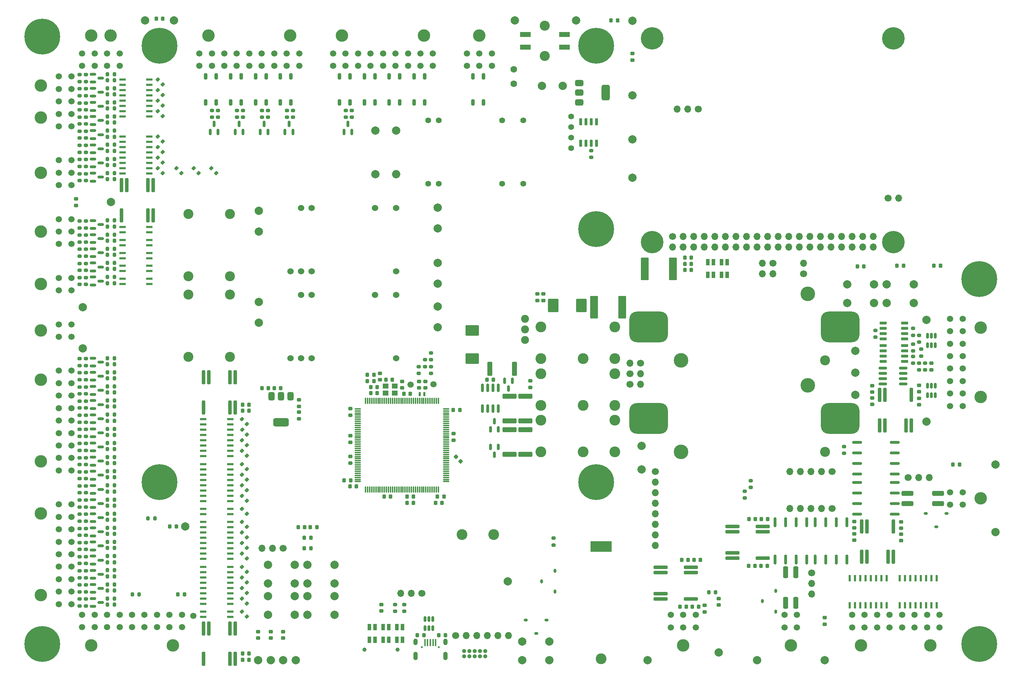
<source format=gts>
G04 #@! TF.GenerationSoftware,KiCad,Pcbnew,8.0.1*
G04 #@! TF.CreationDate,2024-06-07T06:09:14+03:00*
G04 #@! TF.ProjectId,impeller18,696d7065-6c6c-4657-9231-382e6b696361,rev?*
G04 #@! TF.SameCoordinates,Original*
G04 #@! TF.FileFunction,Soldermask,Top*
G04 #@! TF.FilePolarity,Negative*
%FSLAX46Y46*%
G04 Gerber Fmt 4.6, Leading zero omitted, Abs format (unit mm)*
G04 Created by KiCad (PCBNEW 8.0.1) date 2024-06-07 06:09:14*
%MOMM*%
%LPD*%
G01*
G04 APERTURE LIST*
G04 Aperture macros list*
%AMRoundRect*
0 Rectangle with rounded corners*
0 $1 Rounding radius*
0 $2 $3 $4 $5 $6 $7 $8 $9 X,Y pos of 4 corners*
0 Add a 4 corners polygon primitive as box body*
4,1,4,$2,$3,$4,$5,$6,$7,$8,$9,$2,$3,0*
0 Add four circle primitives for the rounded corners*
1,1,$1+$1,$2,$3*
1,1,$1+$1,$4,$5*
1,1,$1+$1,$6,$7*
1,1,$1+$1,$8,$9*
0 Add four rect primitives between the rounded corners*
20,1,$1+$1,$2,$3,$4,$5,0*
20,1,$1+$1,$4,$5,$6,$7,0*
20,1,$1+$1,$6,$7,$8,$9,0*
20,1,$1+$1,$8,$9,$2,$3,0*%
G04 Aperture macros list end*
%ADD10RoundRect,0.225000X0.250000X-0.225000X0.250000X0.225000X-0.250000X0.225000X-0.250000X-0.225000X0*%
%ADD11RoundRect,0.250000X0.712500X2.475000X-0.712500X2.475000X-0.712500X-2.475000X0.712500X-2.475000X0*%
%ADD12RoundRect,0.137500X-0.662500X-0.137500X0.662500X-0.137500X0.662500X0.137500X-0.662500X0.137500X0*%
%ADD13C,1.524000*%
%ADD14RoundRect,0.225000X-0.250000X0.225000X-0.250000X-0.225000X0.250000X-0.225000X0.250000X0.225000X0*%
%ADD15RoundRect,0.200000X0.275000X-0.200000X0.275000X0.200000X-0.275000X0.200000X-0.275000X-0.200000X0*%
%ADD16RoundRect,0.200000X-0.335876X-0.053033X-0.053033X-0.335876X0.335876X0.053033X0.053033X0.335876X0*%
%ADD17RoundRect,0.218750X0.218750X0.256250X-0.218750X0.256250X-0.218750X-0.256250X0.218750X-0.256250X0*%
%ADD18RoundRect,0.200000X-0.275000X0.200000X-0.275000X-0.200000X0.275000X-0.200000X0.275000X0.200000X0*%
%ADD19RoundRect,0.200000X-0.200000X-0.275000X0.200000X-0.275000X0.200000X0.275000X-0.200000X0.275000X0*%
%ADD20C,0.900000*%
%ADD21C,8.600000*%
%ADD22RoundRect,0.200000X0.200000X0.275000X-0.200000X0.275000X-0.200000X-0.275000X0.200000X-0.275000X0*%
%ADD23RoundRect,0.150000X-0.825000X-0.150000X0.825000X-0.150000X0.825000X0.150000X-0.825000X0.150000X0*%
%ADD24C,2.000000*%
%ADD25C,1.400000*%
%ADD26RoundRect,0.200000X-0.200000X-1.500000X0.200000X-1.500000X0.200000X1.500000X-0.200000X1.500000X0*%
%ADD27RoundRect,0.218750X-0.218750X-0.256250X0.218750X-0.256250X0.218750X0.256250X-0.218750X0.256250X0*%
%ADD28RoundRect,0.150000X-0.587500X-0.150000X0.587500X-0.150000X0.587500X0.150000X-0.587500X0.150000X0*%
%ADD29RoundRect,0.200000X0.200000X0.550000X-0.200000X0.550000X-0.200000X-0.550000X0.200000X-0.550000X0*%
%ADD30RoundRect,0.218750X-0.256250X0.218750X-0.256250X-0.218750X0.256250X-0.218750X0.256250X0.218750X0*%
%ADD31R,1.400000X1.200000*%
%ADD32RoundRect,0.225000X0.225000X0.250000X-0.225000X0.250000X-0.225000X-0.250000X0.225000X-0.250000X0*%
%ADD33RoundRect,0.225000X-0.225000X-0.250000X0.225000X-0.250000X0.225000X0.250000X-0.225000X0.250000X0*%
%ADD34RoundRect,0.300000X-1.125000X-0.300000X1.125000X-0.300000X1.125000X0.300000X-1.125000X0.300000X0*%
%ADD35RoundRect,0.375000X-0.375000X0.625000X-0.375000X-0.625000X0.375000X-0.625000X0.375000X0.625000X0*%
%ADD36RoundRect,0.500000X-1.400000X0.500000X-1.400000X-0.500000X1.400000X-0.500000X1.400000X0.500000X0*%
%ADD37C,3.000000*%
%ADD38C,1.500000*%
%ADD39C,3.500000*%
%ADD40C,2.400000*%
%ADD41RoundRect,1.850000X2.800000X-1.850000X2.800000X1.850000X-2.800000X1.850000X-2.800000X-1.850000X0*%
%ADD42RoundRect,0.162500X-1.012500X-0.162500X1.012500X-0.162500X1.012500X0.162500X-1.012500X0.162500X0*%
%ADD43C,1.600000*%
%ADD44RoundRect,0.150000X-0.725000X-0.150000X0.725000X-0.150000X0.725000X0.150000X-0.725000X0.150000X0*%
%ADD45RoundRect,0.150000X0.150000X-0.587500X0.150000X0.587500X-0.150000X0.587500X-0.150000X-0.587500X0*%
%ADD46RoundRect,0.162500X-0.162500X1.012500X-0.162500X-1.012500X0.162500X-1.012500X0.162500X1.012500X0*%
%ADD47C,0.800000*%
%ADD48C,5.400000*%
%ADD49C,1.700000*%
%ADD50O,1.700000X1.700000*%
%ADD51C,2.600000*%
%ADD52RoundRect,0.150000X-0.150000X0.587500X-0.150000X-0.587500X0.150000X-0.587500X0.150000X0.587500X0*%
%ADD53RoundRect,0.250000X1.425000X-0.362500X1.425000X0.362500X-1.425000X0.362500X-1.425000X-0.362500X0*%
%ADD54RoundRect,0.200000X0.200000X1.500000X-0.200000X1.500000X-0.200000X-1.500000X0.200000X-1.500000X0*%
%ADD55RoundRect,0.250000X-1.425000X0.362500X-1.425000X-0.362500X1.425000X-0.362500X1.425000X0.362500X0*%
%ADD56R,2.600000X2.600000*%
%ADD57RoundRect,0.137500X0.137500X-0.662500X0.137500X0.662500X-0.137500X0.662500X-0.137500X-0.662500X0*%
%ADD58R,0.900000X1.500000*%
%ADD59C,1.000000*%
%ADD60O,1.000000X1.000000*%
%ADD61RoundRect,0.250000X-0.712500X-2.475000X0.712500X-2.475000X0.712500X2.475000X-0.712500X2.475000X0*%
%ADD62C,0.500000*%
%ADD63R,0.400000X1.800000*%
%ADD64O,1.090000X2.000000*%
%ADD65O,1.050000X1.600000*%
%ADD66RoundRect,0.150000X0.150000X-0.725000X0.150000X0.725000X-0.150000X0.725000X-0.150000X-0.725000X0*%
%ADD67C,1.905000*%
%ADD68O,0.700000X1.000000*%
%ADD69O,2.000000X2.000000*%
%ADD70RoundRect,0.075000X-0.075000X0.662500X-0.075000X-0.662500X0.075000X-0.662500X0.075000X0.662500X0*%
%ADD71RoundRect,0.075000X-0.662500X0.075000X-0.662500X-0.075000X0.662500X-0.075000X0.662500X0.075000X0*%
%ADD72O,1.000000X0.700000*%
%ADD73RoundRect,0.150000X-0.150000X0.825000X-0.150000X-0.825000X0.150000X-0.825000X0.150000X0.825000X0*%
%ADD74C,2.410000*%
%ADD75R,2.540000X1.270000*%
%ADD76RoundRect,0.300000X-0.300000X1.125000X-0.300000X-1.125000X0.300000X-1.125000X0.300000X1.125000X0*%
%ADD77RoundRect,0.150000X-0.150000X0.512500X-0.150000X-0.512500X0.150000X-0.512500X0.150000X0.512500X0*%
%ADD78RoundRect,0.225000X-0.335876X-0.017678X-0.017678X-0.335876X0.335876X0.017678X0.017678X0.335876X0*%
%ADD79RoundRect,0.218750X0.256250X-0.218750X0.256250X0.218750X-0.256250X0.218750X-0.256250X-0.218750X0*%
%ADD80RoundRect,0.150000X0.725000X0.150000X-0.725000X0.150000X-0.725000X-0.150000X0.725000X-0.150000X0*%
%ADD81RoundRect,0.200000X-1.500000X0.200000X-1.500000X-0.200000X1.500000X-0.200000X1.500000X0.200000X0*%
%ADD82RoundRect,0.250000X1.400000X1.000000X-1.400000X1.000000X-1.400000X-1.000000X1.400000X-1.000000X0*%
%ADD83RoundRect,0.125000X0.125000X-0.375000X0.125000X0.375000X-0.125000X0.375000X-0.125000X-0.375000X0*%
%ADD84RoundRect,0.375000X-0.625000X-0.375000X0.625000X-0.375000X0.625000X0.375000X-0.625000X0.375000X0*%
%ADD85RoundRect,0.500000X-0.500000X-1.400000X0.500000X-1.400000X0.500000X1.400000X-0.500000X1.400000X0*%
%ADD86RoundRect,0.250000X-1.000000X1.400000X-1.000000X-1.400000X1.000000X-1.400000X1.000000X1.400000X0*%
%ADD87RoundRect,0.250000X-0.362500X-1.425000X0.362500X-1.425000X0.362500X1.425000X-0.362500X1.425000X0*%
G04 APERTURE END LIST*
D10*
X163601000Y-161266000D03*
X163601000Y-159716000D03*
D11*
X241158500Y-114570000D03*
X234383500Y-114570000D03*
D12*
X128224000Y-150758000D03*
X128224000Y-152028000D03*
X128224000Y-153298000D03*
X128224000Y-154568000D03*
X128224000Y-155838000D03*
X128224000Y-157108000D03*
X128224000Y-158378000D03*
X128224000Y-159648000D03*
X134724000Y-159648000D03*
X134724000Y-158378000D03*
X134724000Y-157108000D03*
X134724000Y-155838000D03*
X134724000Y-154568000D03*
X134724000Y-153298000D03*
X134724000Y-152028000D03*
X134724000Y-150758000D03*
D13*
X149178000Y-115141000D03*
X151718000Y-115141000D03*
X154258000Y-115141000D03*
X174578000Y-115141000D03*
X174578000Y-99901000D03*
X169498000Y-99901000D03*
X154258000Y-99901000D03*
X151718000Y-99901000D03*
D14*
X151229000Y-149058999D03*
X151229000Y-150608999D03*
D15*
X99961000Y-165046000D03*
X99961000Y-163396000D03*
D16*
X137518274Y-169178000D03*
X138685000Y-170344726D03*
D17*
X305445500Y-113842000D03*
X303870500Y-113842000D03*
D18*
X298855000Y-128914000D03*
X298855000Y-130564000D03*
D19*
X105190000Y-147707500D03*
X106840000Y-147707500D03*
D20*
X89501000Y-201583000D03*
X91781419Y-202527581D03*
X87220581Y-202527581D03*
X92726000Y-204808000D03*
D21*
X89501000Y-204808000D03*
D20*
X86276000Y-204808000D03*
X91781419Y-207088419D03*
X87220581Y-207088419D03*
X89501000Y-208033000D03*
D18*
X98501000Y-190619000D03*
X98501000Y-192269000D03*
D22*
X106838000Y-67707500D03*
X105188000Y-67707500D03*
D23*
X291567000Y-138444000D03*
X291567000Y-139714000D03*
X291567000Y-140984000D03*
X291567000Y-142254000D03*
X296517000Y-142254000D03*
X296517000Y-140984000D03*
X296517000Y-139714000D03*
X296517000Y-138444000D03*
D24*
X141434000Y-208731001D03*
D16*
X117292343Y-74078000D03*
X118459069Y-75244726D03*
D25*
X216678002Y-85536000D03*
X216678002Y-82996000D03*
X216678002Y-80456000D03*
X216678002Y-77916000D03*
D18*
X98501000Y-142982000D03*
X98501000Y-144632000D03*
D26*
X286524000Y-183852000D03*
X287794000Y-183852000D03*
X292874000Y-183852000D03*
X294144000Y-183852000D03*
X294144000Y-176552000D03*
X287794000Y-176552000D03*
X286524000Y-176552000D03*
D14*
X171068000Y-195337000D03*
X171068000Y-196887000D03*
D27*
X120140500Y-176579000D03*
X121715500Y-176579000D03*
D18*
X98499000Y-103056250D03*
X98499000Y-104706250D03*
D28*
X101677500Y-136052000D03*
X101677500Y-137952000D03*
X103552500Y-137002000D03*
D16*
X117292343Y-87787000D03*
X118459069Y-88953726D03*
D15*
X289812000Y-131009000D03*
X289812000Y-129359000D03*
D28*
X101678000Y-113150000D03*
X101678000Y-115050000D03*
X103553000Y-114100000D03*
D29*
X172926000Y-74526000D03*
X175466000Y-74526000D03*
X175466000Y-68226000D03*
X172926000Y-68226000D03*
D30*
X277597250Y-198475501D03*
X277597250Y-200050501D03*
D17*
X155546500Y-176728000D03*
X153971500Y-176728000D03*
D16*
X137518274Y-197018000D03*
X138685000Y-198184726D03*
D24*
X99269000Y-123826000D03*
D16*
X117292343Y-76618000D03*
X118459069Y-77784726D03*
D28*
X101675500Y-109739250D03*
X101675500Y-111639250D03*
X103550500Y-110689250D03*
D31*
X172081000Y-144491000D03*
X174281000Y-144491000D03*
X174281000Y-142791000D03*
X172081000Y-142791000D03*
D25*
X182328000Y-94076000D03*
X184868000Y-94076000D03*
X200108000Y-94076000D03*
X205188000Y-94076000D03*
X205188000Y-78836000D03*
X200108000Y-78836000D03*
X184868000Y-78836000D03*
X182328000Y-78836000D03*
D22*
X106840000Y-153045500D03*
X105190000Y-153045500D03*
D32*
X163626000Y-165411000D03*
X162076000Y-165411000D03*
D19*
X105190000Y-174930500D03*
X106840000Y-174930500D03*
D22*
X106840000Y-173465500D03*
X105190000Y-173465500D03*
D27*
X308442500Y-161672250D03*
X310017500Y-161672250D03*
D33*
X262311500Y-186002001D03*
X263861500Y-186002001D03*
X137679000Y-147223000D03*
X139229000Y-147223000D03*
D19*
X105190000Y-140901000D03*
X106840000Y-140901000D03*
D24*
X283014000Y-118308000D03*
X289514000Y-118308000D03*
X283014000Y-122808000D03*
X289514000Y-122808000D03*
D34*
X297553000Y-168546000D03*
X304903000Y-168546000D03*
X304903000Y-171046000D03*
X297553000Y-171046000D03*
D18*
X98501000Y-159992000D03*
X98501000Y-161642000D03*
D20*
X314778000Y-113779000D03*
X317058419Y-114723581D03*
X312497581Y-114723581D03*
X318003000Y-117004000D03*
D21*
X314778000Y-117004000D03*
D20*
X311553000Y-117004000D03*
X317058419Y-119284419D03*
X312497581Y-119284419D03*
X314778000Y-120229000D03*
D24*
X105986000Y-98511000D03*
D19*
X105190000Y-168125500D03*
X106840000Y-168125500D03*
D16*
X117292343Y-71538000D03*
X118459069Y-72704726D03*
D19*
X105190000Y-137498500D03*
X106840000Y-137498500D03*
D35*
X149199000Y-145203999D03*
X146899000Y-145203999D03*
D36*
X146899000Y-151503999D03*
D35*
X144599000Y-145203999D03*
D18*
X98499000Y-74651500D03*
X98499000Y-76301500D03*
D15*
X180034000Y-139746500D03*
X180034000Y-138096500D03*
D24*
X143741000Y-193294000D03*
X150241000Y-193294000D03*
X143741000Y-197794000D03*
X150241000Y-197794000D03*
X284975000Y-139553000D03*
D37*
X89199000Y-78126000D03*
X89199000Y-70426000D03*
D38*
X93519000Y-80286000D03*
X93519000Y-77286000D03*
X93519000Y-74286000D03*
X93519000Y-71286000D03*
X93519000Y-68286000D03*
X96519000Y-80286000D03*
X96519000Y-77286000D03*
X96519000Y-74286000D03*
X96519000Y-71286000D03*
X96519000Y-68286000D03*
D15*
X99961000Y-185464000D03*
X99961000Y-183814000D03*
X99959000Y-104706250D03*
X99959000Y-103056250D03*
D39*
X243075000Y-136553000D03*
X273575000Y-120553000D03*
D40*
X277675000Y-136553000D03*
D41*
X235325000Y-128553000D03*
X281325000Y-128553000D03*
D42*
X285449000Y-165986000D03*
X285449000Y-168526000D03*
X285449000Y-171066000D03*
X285449000Y-173606000D03*
X294499000Y-173606000D03*
X294499000Y-171066000D03*
X294499000Y-168526000D03*
X294499000Y-165986000D03*
D19*
X105188000Y-69172500D03*
X106838000Y-69172500D03*
D28*
X101677500Y-156465000D03*
X101677500Y-158365000D03*
X103552500Y-157415000D03*
D43*
X202885000Y-66551349D03*
X202885000Y-70051349D03*
D22*
X106840000Y-136033500D03*
X105190000Y-136033500D03*
D15*
X99959000Y-86507000D03*
X99959000Y-84857000D03*
D16*
X137518274Y-155838000D03*
X138685000Y-157004726D03*
D44*
X291667000Y-133044000D03*
X291667000Y-134314000D03*
X291667000Y-135584000D03*
X291667000Y-136854000D03*
X296817000Y-136854000D03*
X296817000Y-135584000D03*
X296817000Y-134314000D03*
X296817000Y-133044000D03*
D45*
X141866000Y-81593500D03*
X143766000Y-81593500D03*
X142816000Y-79718500D03*
D19*
X105188000Y-72572500D03*
X106838000Y-72572500D03*
D14*
X181575000Y-141622000D03*
X181575000Y-143172000D03*
D28*
X101677500Y-146261000D03*
X101677500Y-148161000D03*
X103552500Y-147211000D03*
D46*
X273283500Y-175482001D03*
X270743500Y-175482001D03*
X268203500Y-175482001D03*
X265663500Y-175482001D03*
X265663500Y-184532001D03*
X268203500Y-184532001D03*
X270743500Y-184532001D03*
X273283500Y-184532001D03*
D37*
X120929000Y-205116000D03*
X101229000Y-205116000D03*
D38*
X123089000Y-200796000D03*
X120089000Y-200796000D03*
X117089000Y-200796000D03*
X114089000Y-200796000D03*
X111089000Y-200796000D03*
X108089000Y-200796000D03*
X105089000Y-200796000D03*
X102089000Y-200796000D03*
X99089000Y-200796000D03*
X123089000Y-197796000D03*
X120089000Y-197796000D03*
X117089000Y-197796000D03*
X114089000Y-197796000D03*
X111089000Y-197796000D03*
X108089000Y-197796000D03*
X105089000Y-197796000D03*
X102089000Y-197796000D03*
X99089000Y-197796000D03*
D47*
X236176000Y-57081000D03*
X237607891Y-57674109D03*
X234744109Y-57674109D03*
X238201000Y-59106000D03*
D48*
X236176000Y-59106000D03*
D47*
X234151000Y-59106000D03*
X237607891Y-60537891D03*
X234744109Y-60537891D03*
X236176000Y-61131000D03*
D28*
X101675500Y-84732000D03*
X101675500Y-86632000D03*
X103550500Y-85682000D03*
D15*
X259832000Y-167178000D03*
X259832000Y-165528000D03*
D20*
X222676000Y-162679000D03*
X224956419Y-163623581D03*
X220395581Y-163623581D03*
X225901000Y-165904000D03*
D21*
X222676000Y-165904000D03*
D20*
X219451000Y-165904000D03*
X224956419Y-168184419D03*
X220395581Y-168184419D03*
X222676000Y-169129000D03*
D18*
X98501000Y-194021000D03*
X98501000Y-195671000D03*
D12*
X108763000Y-104481000D03*
X108763000Y-105751000D03*
X115263000Y-105751000D03*
X115263000Y-104481000D03*
D49*
X279368500Y-172257001D03*
D50*
X276828500Y-172257001D03*
X274288500Y-172257001D03*
X271748500Y-172257001D03*
X269208500Y-172257001D03*
D15*
X99959000Y-79702000D03*
X99959000Y-78052000D03*
D19*
X105188000Y-111185750D03*
X106838000Y-111185750D03*
D38*
X125839000Y-198056000D03*
D51*
X219563000Y-136157000D03*
X227183000Y-128537000D03*
X227183000Y-136157000D03*
X209403000Y-136157000D03*
X209403000Y-128537000D03*
D18*
X98499000Y-91665000D03*
X98499000Y-93315000D03*
D22*
X106838000Y-71107500D03*
X105188000Y-71107500D03*
D15*
X99961000Y-158240000D03*
X99961000Y-156590000D03*
D22*
X106838000Y-84713500D03*
X105188000Y-84713500D03*
D16*
X137518274Y-177998000D03*
X138685000Y-179164726D03*
D32*
X181256000Y-202685000D03*
X179706000Y-202685000D03*
D33*
X137679000Y-207131001D03*
X139229000Y-207131001D03*
D19*
X105188000Y-92986500D03*
X106838000Y-92986500D03*
D24*
X99269000Y-133716500D03*
D49*
X236936000Y-163353000D03*
D50*
X236936000Y-165893000D03*
X236936000Y-168433000D03*
X236936000Y-170973000D03*
X236936000Y-173513000D03*
X236936000Y-176053000D03*
X236936000Y-178593000D03*
X236936000Y-181133000D03*
D38*
X183576000Y-142351000D03*
D22*
X106838000Y-81311500D03*
X105188000Y-81311500D03*
D33*
X145304000Y-143223999D03*
X146854000Y-143223999D03*
D52*
X202566000Y-141493000D03*
X200666000Y-141493000D03*
X201616000Y-143368000D03*
D53*
X205683000Y-151134500D03*
X205683000Y-145209500D03*
D40*
X124654000Y-116327000D03*
X124654000Y-101327000D03*
X134654000Y-101327000D03*
X134654000Y-116327000D03*
D32*
X186081000Y-169371000D03*
X184531000Y-169371000D03*
D54*
X135884000Y-201056001D03*
X134614000Y-201056001D03*
X129534000Y-201056001D03*
X128264000Y-201056001D03*
X128264000Y-208356001D03*
X134614000Y-208356001D03*
X135884000Y-208356001D03*
D14*
X300315000Y-145699000D03*
X300315000Y-147249000D03*
D45*
X197272000Y-153134500D03*
X199172000Y-153134500D03*
X198222000Y-151259500D03*
D19*
X105190000Y-188536500D03*
X106840000Y-188536500D03*
D55*
X201843000Y-145209500D03*
X201843000Y-151134500D03*
D10*
X206873000Y-143080000D03*
X206873000Y-141530000D03*
D22*
X106840000Y-176867500D03*
X105190000Y-176867500D03*
D24*
X153241000Y-193294000D03*
X159741000Y-193294000D03*
X153241000Y-197794000D03*
X159741000Y-197794000D03*
X252177000Y-206862001D03*
D37*
X315098000Y-169798000D03*
D38*
X310778000Y-168298000D03*
X310778000Y-171298000D03*
X307778000Y-168298000D03*
X307778000Y-171298000D03*
D17*
X152586500Y-176728000D03*
X151011500Y-176728000D03*
D14*
X188361000Y-154216000D03*
X188361000Y-155766000D03*
D12*
X108763000Y-116949000D03*
X108763000Y-118219000D03*
X115263000Y-118219000D03*
X115263000Y-116949000D03*
D13*
X149179000Y-136091000D03*
X151719000Y-136091000D03*
X154259000Y-136091000D03*
X174579000Y-136091000D03*
X174579000Y-120851000D03*
X169499000Y-120851000D03*
X154259000Y-120851000D03*
X151719000Y-120851000D03*
D56*
X222576000Y-181405001D03*
X225116000Y-181405001D03*
D51*
X223846000Y-208405002D03*
D33*
X245799000Y-195831001D03*
X247349000Y-195831001D03*
D37*
X194586000Y-58406000D03*
D38*
X191586000Y-62726000D03*
X194586000Y-62726000D03*
X197586000Y-62726000D03*
X191586000Y-65726000D03*
X194586000Y-65726000D03*
X197586000Y-65726000D03*
D57*
X283643000Y-195509001D03*
X284913000Y-195509001D03*
X286183000Y-195509001D03*
X287453000Y-195509001D03*
X288723000Y-195509001D03*
X289993000Y-195509001D03*
X291263000Y-195509001D03*
X292533000Y-195509001D03*
X292533000Y-189009001D03*
X291263000Y-189009001D03*
X289993000Y-189009001D03*
X288723000Y-189009001D03*
X287453000Y-189009001D03*
X286183000Y-189009001D03*
X284913000Y-189009001D03*
X283643000Y-189009001D03*
D29*
X140766000Y-74526000D03*
X143306000Y-74526000D03*
X143306000Y-68226000D03*
X140766000Y-68226000D03*
D58*
X254206000Y-112928000D03*
X254206000Y-116028000D03*
X252806000Y-116028000D03*
X252806000Y-112928000D03*
D59*
X190929000Y-207764000D03*
D60*
X190929000Y-206494000D03*
X192199000Y-207764000D03*
X192199000Y-206494000D03*
X193469000Y-207764000D03*
X193469000Y-206494000D03*
X194739000Y-207764000D03*
X194739000Y-206494000D03*
X196009000Y-207764000D03*
X196009000Y-206494000D03*
D18*
X98499000Y-109864250D03*
X98499000Y-111514250D03*
D24*
X184553000Y-99826000D03*
X184553000Y-104826000D03*
D61*
X222187500Y-123757000D03*
X228962500Y-123757000D03*
D19*
X105190000Y-185135500D03*
X106840000Y-185135500D03*
D28*
X101677500Y-183689000D03*
X101677500Y-185589000D03*
X103552500Y-184639000D03*
D58*
X250906000Y-112928000D03*
X250906000Y-116028000D03*
X249506000Y-116028000D03*
X249506000Y-112928000D03*
D29*
X166926000Y-74526000D03*
X169466000Y-74526000D03*
X169466000Y-68226000D03*
X166926000Y-68226000D03*
D18*
X137766000Y-76431000D03*
X137766000Y-78081000D03*
D22*
X106838000Y-88117500D03*
X105188000Y-88117500D03*
D12*
X128224000Y-175458000D03*
X128224000Y-176728000D03*
X128224000Y-177998000D03*
X128224000Y-179268000D03*
X128224000Y-180538000D03*
X128224000Y-181808000D03*
X128224000Y-183078000D03*
X128224000Y-184348000D03*
X134724000Y-184348000D03*
X134724000Y-183078000D03*
X134724000Y-181808000D03*
X134724000Y-180538000D03*
X134724000Y-179268000D03*
X134724000Y-177998000D03*
X134724000Y-176728000D03*
X134724000Y-175458000D03*
D22*
X106840000Y-180270000D03*
X105190000Y-180270000D03*
D15*
X99959000Y-83105000D03*
X99959000Y-81455000D03*
D16*
X137518274Y-180538000D03*
X138685000Y-181704726D03*
D19*
X105190000Y-191940500D03*
X106840000Y-191940500D03*
D28*
X101677500Y-153064000D03*
X101677500Y-154964000D03*
X103552500Y-154014000D03*
D10*
X163601000Y-149766000D03*
X163601000Y-148216000D03*
D49*
X272526000Y-115753000D03*
D50*
X272526000Y-113213000D03*
D32*
X178756000Y-170831000D03*
X177206000Y-170831000D03*
D18*
X298854000Y-132644000D03*
X298854000Y-134294000D03*
D16*
X137518274Y-175458000D03*
X138685000Y-176624726D03*
D22*
X106838000Y-91521500D03*
X105188000Y-91521500D03*
D19*
X105188000Y-86178500D03*
X106838000Y-86178500D03*
D12*
X128224000Y-172318000D03*
X128224000Y-173588000D03*
X134724000Y-173588000D03*
X134724000Y-172318000D03*
D28*
X101677500Y-187090000D03*
X101677500Y-188990000D03*
X103552500Y-188040000D03*
D15*
X300845000Y-135559000D03*
X300845000Y-133909000D03*
D22*
X106840000Y-139436000D03*
X105190000Y-139436000D03*
D20*
X219451000Y-105004000D03*
X220395581Y-102723581D03*
X220395581Y-107284419D03*
X222676000Y-101779000D03*
D21*
X222676000Y-105004000D03*
D20*
X222676000Y-108229000D03*
X224956419Y-102723581D03*
X224956419Y-107284419D03*
X225901000Y-105004000D03*
D18*
X98501500Y-113275000D03*
X98501500Y-114925000D03*
D39*
X243075000Y-158553000D03*
X273575000Y-142553000D03*
D40*
X277675000Y-158553000D03*
D41*
X235325000Y-150553000D03*
X281325000Y-150553000D03*
D20*
X117676000Y-57679000D03*
X119956419Y-58623581D03*
X115395581Y-58623581D03*
X120901000Y-60904000D03*
D21*
X117676000Y-60904000D03*
D20*
X114451000Y-60904000D03*
X119956419Y-63184419D03*
X115395581Y-63184419D03*
X117676000Y-64129000D03*
D10*
X295969000Y-176958000D03*
X295969000Y-175408000D03*
D24*
X231426000Y-72837000D03*
D10*
X163601000Y-156266000D03*
X163601000Y-154716000D03*
D15*
X99961000Y-144632000D03*
X99961000Y-142982000D03*
D33*
X184031000Y-170831000D03*
X185581000Y-170831000D03*
D10*
X208541000Y-122148000D03*
X208541000Y-120598000D03*
D37*
X89199000Y-91436000D03*
D38*
X93519000Y-94436000D03*
X93519000Y-91436000D03*
X93519000Y-88436000D03*
X96519000Y-94436000D03*
X96519000Y-91436000D03*
X96519000Y-88436000D03*
D28*
X101677500Y-142857000D03*
X101677500Y-144757000D03*
X103552500Y-143807000D03*
D51*
X219563000Y-147377000D03*
X227183000Y-139757000D03*
X227183000Y-147377000D03*
X209403000Y-147377000D03*
X209403000Y-139757000D03*
D47*
X236176000Y-106081000D03*
X237607891Y-106674109D03*
X234744109Y-106674109D03*
X238201000Y-108106000D03*
D48*
X236176000Y-108106000D03*
D47*
X234151000Y-108106000D03*
X237607891Y-109537891D03*
X234744109Y-109537891D03*
X236176000Y-110131000D03*
D24*
X233636000Y-162815000D03*
D15*
X99961000Y-148036000D03*
X99961000Y-146386000D03*
X99961500Y-114925000D03*
X99961500Y-113275000D03*
D28*
X101677500Y-190494000D03*
X101677500Y-192394000D03*
X103552500Y-191444000D03*
D15*
X300315000Y-132214000D03*
X300315000Y-130564000D03*
D20*
X222676000Y-57679000D03*
X224956419Y-58623581D03*
X220395581Y-58623581D03*
X225901000Y-60904000D03*
D21*
X222676000Y-60904000D03*
D20*
X219451000Y-60904000D03*
X224956419Y-63184419D03*
X220395581Y-63184419D03*
X222676000Y-64129000D03*
D16*
X125935637Y-90327000D03*
X127102363Y-91493726D03*
D49*
X274477500Y-187757001D03*
D50*
X274477500Y-190297001D03*
X274477500Y-192837001D03*
D32*
X244791000Y-184570501D03*
X243241000Y-184570501D03*
D28*
X101677500Y-166679000D03*
X101677500Y-168579000D03*
X103552500Y-167629000D03*
D33*
X168456000Y-143001000D03*
X170006000Y-143001000D03*
D16*
X137518274Y-158378000D03*
X138685000Y-159544726D03*
D18*
X98499000Y-81455000D03*
X98499000Y-83105000D03*
D30*
X141434000Y-201824500D03*
X141434000Y-203399500D03*
D33*
X246201000Y-184570501D03*
X247751000Y-184570501D03*
D37*
X161586000Y-58406000D03*
X181286000Y-58406000D03*
D38*
X159426000Y-62726000D03*
X162426000Y-62726000D03*
X165426000Y-62726000D03*
X168426000Y-62726000D03*
X171426000Y-62726000D03*
X174426000Y-62726000D03*
X177426000Y-62726000D03*
X180426000Y-62726000D03*
X183426000Y-62726000D03*
X159426000Y-65726000D03*
X162426000Y-65726000D03*
X165426000Y-65726000D03*
X168426000Y-65726000D03*
X171426000Y-65726000D03*
X174426000Y-65726000D03*
X177426000Y-65726000D03*
X180426000Y-65726000D03*
X183426000Y-65726000D03*
D10*
X289051000Y-144194000D03*
X289051000Y-142644000D03*
D19*
X105188000Y-82776500D03*
X106838000Y-82776500D03*
D18*
X98499000Y-84857000D03*
X98499000Y-86507000D03*
D19*
X105190000Y-151109000D03*
X106840000Y-151109000D03*
D18*
X98501000Y-187215000D03*
X98501000Y-188865000D03*
D15*
X99961000Y-151437500D03*
X99961000Y-149787500D03*
D18*
X98499000Y-78052000D03*
X98499000Y-79702000D03*
D49*
X247216000Y-76106000D03*
D50*
X244676000Y-76106000D03*
X242136000Y-76106000D03*
D49*
X147437438Y-181808000D03*
D50*
X144897438Y-181808000D03*
X142357438Y-181808000D03*
D19*
X114910000Y-174560000D03*
X116560000Y-174560000D03*
D27*
X122135500Y-192909000D03*
X123710500Y-192909000D03*
D22*
X106840000Y-166660500D03*
X105190000Y-166660500D03*
D19*
X105190500Y-114596500D03*
X106840500Y-114596500D03*
D24*
X302070000Y-126809000D03*
D18*
X98501500Y-116677000D03*
X98501500Y-118327000D03*
D62*
X184806000Y-205583000D03*
X180806000Y-205583000D03*
D63*
X181506000Y-204483000D03*
X182156000Y-204483000D03*
X182806000Y-204483000D03*
X183456000Y-204483000D03*
X184106000Y-204483000D03*
D64*
X186406000Y-207733000D03*
D65*
X186406000Y-204283000D03*
D64*
X179206000Y-207733000D03*
D65*
X179206000Y-204283000D03*
D24*
X141604000Y-100614000D03*
X141604000Y-105614000D03*
D17*
X154066500Y-179268000D03*
X152491500Y-179268000D03*
D16*
X117292343Y-68998000D03*
X118459069Y-70164726D03*
D24*
X114217000Y-54806000D03*
D15*
X99961000Y-141229500D03*
X99961000Y-139579500D03*
D28*
X101675500Y-81330000D03*
X101675500Y-83230000D03*
X103550500Y-82280000D03*
D66*
X218924000Y-84301000D03*
X220194000Y-84301000D03*
X221464000Y-84301000D03*
X222734000Y-84301000D03*
X222734000Y-79151000D03*
X221464000Y-79151000D03*
X220194000Y-79151000D03*
X218924000Y-79151000D03*
D32*
X245536000Y-111886000D03*
X243986000Y-111886000D03*
D24*
X141604000Y-122544000D03*
X141604000Y-127544000D03*
D19*
X105188000Y-104377750D03*
X106838000Y-104377750D03*
D67*
X205565000Y-131691000D03*
X205565000Y-129151000D03*
X205565000Y-126611000D03*
D15*
X99961000Y-195671000D03*
X99961000Y-194021000D03*
D18*
X98499000Y-106464250D03*
X98499000Y-108114250D03*
D68*
X265839500Y-196995001D03*
X262639500Y-194495001D03*
X265839500Y-191995001D03*
D22*
X106840000Y-156446500D03*
X105190000Y-156446500D03*
D18*
X98499000Y-67851000D03*
X98499000Y-69501000D03*
D28*
X101675500Y-67726000D03*
X101675500Y-69626000D03*
X103550500Y-68676000D03*
D18*
X98501000Y-180413500D03*
X98501000Y-182063500D03*
D24*
X184554000Y-123601000D03*
X184554000Y-128601000D03*
D27*
X116890000Y-54355000D03*
X118465000Y-54355000D03*
D15*
X99961000Y-154839000D03*
X99961000Y-153189000D03*
D24*
X184554000Y-118101000D03*
X184554000Y-113101000D03*
X261345750Y-208731001D03*
D49*
X230783000Y-142308000D03*
D50*
X233323000Y-142308000D03*
D32*
X165026000Y-166871000D03*
X163476000Y-166871000D03*
D58*
X172815500Y-200742000D03*
X172815500Y-203842000D03*
X171415500Y-203842000D03*
X171415500Y-200742000D03*
D28*
X101675500Y-77927000D03*
X101675500Y-79827000D03*
X103550500Y-78877000D03*
D58*
X169515500Y-200742000D03*
X169515500Y-203842000D03*
X168115500Y-203842000D03*
X168115500Y-200742000D03*
D18*
X98501000Y-153189000D03*
X98501000Y-154839000D03*
X149766000Y-76431000D03*
X149766000Y-78081000D03*
X98501000Y-139579500D03*
X98501000Y-141229500D03*
D24*
X144434000Y-208731001D03*
D19*
X105190000Y-181735000D03*
X106840000Y-181735000D03*
D24*
X233636000Y-157183000D03*
D37*
X101249000Y-58406000D03*
X105949000Y-58406000D03*
D38*
X99089000Y-62726000D03*
X102089000Y-62726000D03*
X105089000Y-62726000D03*
X108089000Y-62726000D03*
X99089000Y-65726000D03*
X102089000Y-65726000D03*
X105089000Y-65726000D03*
X108089000Y-65726000D03*
D16*
X137518274Y-166638000D03*
X138685000Y-167804726D03*
D17*
X186431500Y-202685000D03*
X184856500Y-202685000D03*
D20*
X89501000Y-55479000D03*
X91781419Y-56423581D03*
X87220581Y-56423581D03*
X92726000Y-58704000D03*
D21*
X89501000Y-58704000D03*
D20*
X86276000Y-58704000D03*
X91781419Y-60984419D03*
X87220581Y-60984419D03*
X89501000Y-61929000D03*
D24*
X284975000Y-144853000D03*
D15*
X99961000Y-192269000D03*
X99961000Y-190619000D03*
D69*
X174578000Y-91826000D03*
D24*
X169578000Y-91826000D03*
D37*
X89199000Y-118246000D03*
D38*
X93519000Y-119746000D03*
X93519000Y-116746000D03*
X96519000Y-119746000D03*
X96519000Y-116746000D03*
D12*
X108763000Y-68998000D03*
X108763000Y-70268000D03*
X108763000Y-71538000D03*
X108763000Y-72808000D03*
X108763000Y-74078000D03*
X108763000Y-75348000D03*
X108763000Y-76618000D03*
X108763000Y-77888000D03*
X115263000Y-77888000D03*
X115263000Y-76618000D03*
X115263000Y-75348000D03*
X115263000Y-74078000D03*
X115263000Y-72808000D03*
X115263000Y-71538000D03*
X115263000Y-70268000D03*
X115263000Y-68998000D03*
D24*
X153241000Y-185794000D03*
X159741000Y-185794000D03*
X153241000Y-190294000D03*
X159741000Y-190294000D03*
D33*
X176431000Y-144611000D03*
X177981000Y-144611000D03*
D22*
X106840000Y-190475500D03*
X105190000Y-190475500D03*
D15*
X99961000Y-175259000D03*
X99961000Y-173609000D03*
D17*
X227851750Y-54806000D03*
X226276750Y-54806000D03*
D18*
X98501000Y-156590000D03*
X98501000Y-158240000D03*
X131766000Y-76431000D03*
X131766000Y-78081000D03*
D70*
X184731000Y-146328500D03*
X184231000Y-146328500D03*
X183731000Y-146328500D03*
X183231000Y-146328500D03*
X182731000Y-146328500D03*
X182231000Y-146328500D03*
X181731000Y-146328500D03*
X181231000Y-146328500D03*
X180731000Y-146328500D03*
X180231000Y-146328500D03*
X179731000Y-146328500D03*
X179231000Y-146328500D03*
X178731000Y-146328500D03*
X178231000Y-146328500D03*
X177731000Y-146328500D03*
X177231000Y-146328500D03*
X176731000Y-146328500D03*
X176231000Y-146328500D03*
X175731000Y-146328500D03*
X175231000Y-146328500D03*
X174731000Y-146328500D03*
X174231000Y-146328500D03*
X173731000Y-146328500D03*
X173231000Y-146328500D03*
X172731000Y-146328500D03*
X172231000Y-146328500D03*
X171731000Y-146328500D03*
X171231000Y-146328500D03*
X170731000Y-146328500D03*
X170231000Y-146328500D03*
X169731000Y-146328500D03*
X169231000Y-146328500D03*
X168731000Y-146328500D03*
X168231000Y-146328500D03*
X167731000Y-146328500D03*
X167231000Y-146328500D03*
D71*
X165318500Y-148241000D03*
X165318500Y-148741000D03*
X165318500Y-149241000D03*
X165318500Y-149741000D03*
X165318500Y-150241000D03*
X165318500Y-150741000D03*
X165318500Y-151241000D03*
X165318500Y-151741000D03*
X165318500Y-152241000D03*
X165318500Y-152741000D03*
X165318500Y-153241000D03*
X165318500Y-153741000D03*
X165318500Y-154241000D03*
X165318500Y-154741000D03*
X165318500Y-155241000D03*
X165318500Y-155741000D03*
X165318500Y-156241000D03*
X165318500Y-156741000D03*
X165318500Y-157241000D03*
X165318500Y-157741000D03*
X165318500Y-158241000D03*
X165318500Y-158741000D03*
X165318500Y-159241000D03*
X165318500Y-159741000D03*
X165318500Y-160241000D03*
X165318500Y-160741000D03*
X165318500Y-161241000D03*
X165318500Y-161741000D03*
X165318500Y-162241000D03*
X165318500Y-162741000D03*
X165318500Y-163241000D03*
X165318500Y-163741000D03*
X165318500Y-164241000D03*
X165318500Y-164741000D03*
X165318500Y-165241000D03*
X165318500Y-165741000D03*
D70*
X167231000Y-167653500D03*
X167731000Y-167653500D03*
X168231000Y-167653500D03*
X168731000Y-167653500D03*
X169231000Y-167653500D03*
X169731000Y-167653500D03*
X170231000Y-167653500D03*
X170731000Y-167653500D03*
X171231000Y-167653500D03*
X171731000Y-167653500D03*
X172231000Y-167653500D03*
X172731000Y-167653500D03*
X173231000Y-167653500D03*
X173731000Y-167653500D03*
X174231000Y-167653500D03*
X174731000Y-167653500D03*
X175231000Y-167653500D03*
X175731000Y-167653500D03*
X176231000Y-167653500D03*
X176731000Y-167653500D03*
X177231000Y-167653500D03*
X177731000Y-167653500D03*
X178231000Y-167653500D03*
X178731000Y-167653500D03*
X179231000Y-167653500D03*
X179731000Y-167653500D03*
X180231000Y-167653500D03*
X180731000Y-167653500D03*
X181231000Y-167653500D03*
X181731000Y-167653500D03*
X182231000Y-167653500D03*
X182731000Y-167653500D03*
X183231000Y-167653500D03*
X183731000Y-167653500D03*
X184231000Y-167653500D03*
X184731000Y-167653500D03*
D71*
X186643500Y-165741000D03*
X186643500Y-165241000D03*
X186643500Y-164741000D03*
X186643500Y-164241000D03*
X186643500Y-163741000D03*
X186643500Y-163241000D03*
X186643500Y-162741000D03*
X186643500Y-162241000D03*
X186643500Y-161741000D03*
X186643500Y-161241000D03*
X186643500Y-160741000D03*
X186643500Y-160241000D03*
X186643500Y-159741000D03*
X186643500Y-159241000D03*
X186643500Y-158741000D03*
X186643500Y-158241000D03*
X186643500Y-157741000D03*
X186643500Y-157241000D03*
X186643500Y-156741000D03*
X186643500Y-156241000D03*
X186643500Y-155741000D03*
X186643500Y-155241000D03*
X186643500Y-154741000D03*
X186643500Y-154241000D03*
X186643500Y-153741000D03*
X186643500Y-153241000D03*
X186643500Y-152741000D03*
X186643500Y-152241000D03*
X186643500Y-151741000D03*
X186643500Y-151241000D03*
X186643500Y-150741000D03*
X186643500Y-150241000D03*
X186643500Y-149741000D03*
X186643500Y-149241000D03*
X186643500Y-148741000D03*
X186643500Y-148241000D03*
D54*
X116203000Y-94405000D03*
X114933000Y-94405000D03*
X109853000Y-94405000D03*
X108583000Y-94405000D03*
X108583000Y-101705000D03*
X114933000Y-101705000D03*
X116203000Y-101705000D03*
D53*
X205683000Y-159184500D03*
X205683000Y-153259500D03*
D32*
X245536000Y-113346000D03*
X243986000Y-113346000D03*
X260985500Y-174736501D03*
X259435500Y-174736501D03*
D49*
X292906000Y-97538000D03*
D50*
X295446000Y-97538000D03*
D28*
X101675500Y-71126000D03*
X101675500Y-73026000D03*
X103550500Y-72076000D03*
D42*
X285449000Y-156306000D03*
X285449000Y-158846000D03*
X285449000Y-161386000D03*
X285449000Y-163926000D03*
X294499000Y-163926000D03*
X294499000Y-161386000D03*
X294499000Y-158846000D03*
X294499000Y-156306000D03*
D16*
X137518274Y-188798000D03*
X138685000Y-189964726D03*
D24*
X147434000Y-208731001D03*
D22*
X106840000Y-149644000D03*
X105190000Y-149644000D03*
X106840000Y-183670500D03*
X105190000Y-183670500D03*
D32*
X244389000Y-195831001D03*
X242839000Y-195831001D03*
D16*
X137518274Y-183078000D03*
X138685000Y-184244726D03*
D24*
X123908000Y-176579000D03*
D72*
X306962000Y-173430000D03*
X304462000Y-176630000D03*
X301962000Y-173430000D03*
D19*
X105188000Y-79373500D03*
X106838000Y-79373500D03*
D37*
X89199000Y-193066000D03*
X89199000Y-173366000D03*
D38*
X93519000Y-195226000D03*
X93519000Y-192226000D03*
X93519000Y-189226000D03*
X93519000Y-186226000D03*
X93519000Y-183226000D03*
X93519000Y-180226000D03*
X93519000Y-177226000D03*
X93519000Y-174226000D03*
X93519000Y-171226000D03*
X96519000Y-195226000D03*
X96519000Y-192226000D03*
X96519000Y-189226000D03*
X96519000Y-186226000D03*
X96519000Y-183226000D03*
X96519000Y-180226000D03*
X96519000Y-177226000D03*
X96519000Y-174226000D03*
X96519000Y-171226000D03*
D18*
X98501000Y-136177000D03*
X98501000Y-137827000D03*
D58*
X176115500Y-200742000D03*
X176115500Y-203842000D03*
X174715500Y-203842000D03*
X174715500Y-200742000D03*
D19*
X111170000Y-192909000D03*
X112820000Y-192909000D03*
D37*
X89199000Y-105586000D03*
D38*
X93519000Y-108586000D03*
X93519000Y-105586000D03*
X93519000Y-102586000D03*
X96519000Y-108586000D03*
X96519000Y-105586000D03*
X96519000Y-102586000D03*
D51*
X190398000Y-178502000D03*
X198018000Y-178502000D03*
D49*
X241046000Y-106816000D03*
D50*
X241046000Y-109356000D03*
X243586000Y-106816000D03*
X243586000Y-109356000D03*
X246126000Y-106816000D03*
X246126000Y-109356000D03*
X248666000Y-106816000D03*
X248666000Y-109356000D03*
X251206000Y-106816000D03*
X251206000Y-109356000D03*
X253746000Y-106816000D03*
X253746000Y-109356000D03*
X256286000Y-106816000D03*
X256286000Y-109356000D03*
X258826000Y-106816000D03*
X258826000Y-109356000D03*
X261366000Y-106816000D03*
X261366000Y-109356000D03*
X263906000Y-106816000D03*
X263906000Y-109356000D03*
X266446000Y-106816000D03*
X266446000Y-109356000D03*
X268986000Y-106816000D03*
X268986000Y-109356000D03*
X271526000Y-106816000D03*
X271526000Y-109356000D03*
X274066000Y-106816000D03*
X274066000Y-109356000D03*
X276606000Y-106816000D03*
X276606000Y-109356000D03*
X279146000Y-106816000D03*
X279146000Y-109356000D03*
X281686000Y-106816000D03*
X281686000Y-109356000D03*
X284226000Y-106816000D03*
X284226000Y-109356000D03*
X286766000Y-106816000D03*
X286766000Y-109356000D03*
X289306000Y-106816000D03*
X289306000Y-109356000D03*
D10*
X210001000Y-122148000D03*
X210001000Y-120598000D03*
D33*
X137679000Y-208591001D03*
X139229000Y-208591001D03*
D28*
X101675500Y-102931250D03*
X101675500Y-104831250D03*
X103550500Y-103881250D03*
D15*
X182954000Y-136446500D03*
X182954000Y-134796500D03*
D22*
X106838000Y-77908500D03*
X105188000Y-77908500D03*
D15*
X130306000Y-78081000D03*
X130306000Y-76431000D03*
D16*
X117292343Y-85247000D03*
X118459069Y-86413726D03*
D19*
X105190000Y-195342500D03*
X106840000Y-195342500D03*
X105190500Y-117998500D03*
X106840500Y-117998500D03*
D28*
X101677500Y-180288500D03*
X101677500Y-182188500D03*
X103552500Y-181238500D03*
D14*
X295969000Y-178368000D03*
X295969000Y-179918000D03*
D18*
X98499000Y-88261000D03*
X98499000Y-89911000D03*
D19*
X105190000Y-171528500D03*
X106840000Y-171528500D03*
D24*
X235027000Y-208731001D03*
X174578000Y-81326000D03*
X169578000Y-81326000D03*
D73*
X199116000Y-143201500D03*
X197846000Y-143201500D03*
X196576000Y-143201500D03*
X195306000Y-143201500D03*
X195306000Y-148151500D03*
X196576000Y-148151500D03*
X197846000Y-148151500D03*
X199116000Y-148151500D03*
D74*
X210325000Y-63345998D03*
X210325000Y-56045998D03*
D75*
X205625000Y-61195998D03*
X205625000Y-58195998D03*
X215025000Y-61195998D03*
X215025000Y-58195998D03*
D15*
X99961000Y-168454000D03*
X99961000Y-166804000D03*
D37*
X129426000Y-58406000D03*
X149126000Y-58406000D03*
D38*
X127266000Y-62726000D03*
X130266000Y-62726000D03*
X133266000Y-62726000D03*
X136266000Y-62726000D03*
X139266000Y-62726000D03*
X142266000Y-62726000D03*
X145266000Y-62726000D03*
X148266000Y-62726000D03*
X151266000Y-62726000D03*
X127266000Y-65726000D03*
X130266000Y-65726000D03*
X133266000Y-65726000D03*
X136266000Y-65726000D03*
X139266000Y-65726000D03*
X142266000Y-65726000D03*
X145266000Y-65726000D03*
X148266000Y-65726000D03*
X151266000Y-65726000D03*
D19*
X105190000Y-154510500D03*
X106840000Y-154510500D03*
D28*
X101677500Y-149662500D03*
X101677500Y-151562500D03*
X103552500Y-150612500D03*
D16*
X137518274Y-193878000D03*
X138685000Y-195044726D03*
D15*
X136306000Y-78081000D03*
X136306000Y-76431000D03*
D24*
X318698000Y-161672250D03*
D18*
X298861000Y-135604000D03*
X298861000Y-137254000D03*
D12*
X108763000Y-107601000D03*
X108763000Y-108871000D03*
X115263000Y-108871000D03*
X115263000Y-107601000D03*
D76*
X270723500Y-187586001D03*
X270723500Y-194936001D03*
X268223500Y-194936001D03*
X268223500Y-187586001D03*
D29*
X146766000Y-74526000D03*
X149306000Y-74526000D03*
X149306000Y-68226000D03*
X146766000Y-68226000D03*
D22*
X106838000Y-102912750D03*
X105188000Y-102912750D03*
D30*
X144434000Y-201824500D03*
X144434000Y-203399500D03*
D45*
X147866000Y-81593500D03*
X149766000Y-81593500D03*
X148816000Y-79718500D03*
D22*
X106840500Y-116533500D03*
X105190500Y-116533500D03*
D15*
X99959000Y-108114250D03*
X99959000Y-106464250D03*
X99961000Y-161642000D03*
X99961000Y-159992000D03*
D16*
X130122000Y-90327000D03*
X131288726Y-91493726D03*
D19*
X105188000Y-89582500D03*
X106838000Y-89582500D03*
D37*
X89199000Y-129406000D03*
D38*
X93519000Y-130906000D03*
X93519000Y-127906000D03*
X96519000Y-130906000D03*
X96519000Y-127906000D03*
D16*
X137518274Y-161558000D03*
X138685000Y-162724726D03*
D27*
X294976500Y-113842000D03*
X296551500Y-113842000D03*
D24*
X292514000Y-118308000D03*
X299014000Y-118308000D03*
X292514000Y-122808000D03*
X299014000Y-122808000D03*
D15*
X162466000Y-78081000D03*
X162466000Y-76431000D03*
D19*
X105188000Y-75973000D03*
X106838000Y-75973000D03*
D15*
X221463000Y-87731000D03*
X221463000Y-86081000D03*
D24*
X284975000Y-134253000D03*
D33*
X262395500Y-174736501D03*
X263945500Y-174736501D03*
D51*
X219563000Y-158597000D03*
X227183000Y-150977000D03*
X227183000Y-158597000D03*
X209403000Y-158597000D03*
X209403000Y-150977000D03*
D16*
X137518274Y-172318000D03*
X138685000Y-173484726D03*
D77*
X183431000Y-198767500D03*
X182481000Y-198767500D03*
X181531000Y-198767500D03*
X181531000Y-201042500D03*
X182481000Y-201042500D03*
X183431000Y-201042500D03*
D57*
X295643000Y-195509001D03*
X296913000Y-195509001D03*
X298183000Y-195509001D03*
X299453000Y-195509001D03*
X300723000Y-195509001D03*
X301993000Y-195509001D03*
X303263000Y-195509001D03*
X304533000Y-195509001D03*
X304533000Y-189009001D03*
X303263000Y-189009001D03*
X301993000Y-189009001D03*
X300723000Y-189009001D03*
X299453000Y-189009001D03*
X298183000Y-189009001D03*
X296913000Y-189009001D03*
X295643000Y-189009001D03*
D24*
X231426000Y-83412000D03*
X203156000Y-54806000D03*
D18*
X182954000Y-138096500D03*
X182954000Y-139746500D03*
D12*
X128224000Y-186258000D03*
X128224000Y-187528000D03*
X128224000Y-188798000D03*
X128224000Y-190068000D03*
X128224000Y-191338000D03*
X128224000Y-192608000D03*
X128224000Y-193878000D03*
X128224000Y-195148000D03*
X134724000Y-195148000D03*
X134724000Y-193878000D03*
X134724000Y-192608000D03*
X134724000Y-191338000D03*
X134724000Y-190068000D03*
X134724000Y-188798000D03*
X134724000Y-187528000D03*
X134724000Y-186258000D03*
D78*
X188995698Y-159741000D03*
X190091714Y-160837016D03*
D15*
X300321000Y-138904000D03*
X300321000Y-137254000D03*
D79*
X252162000Y-195456003D03*
X252162000Y-193881003D03*
D80*
X296817000Y-131454000D03*
X296817000Y-130184000D03*
X296817000Y-128914000D03*
X296817000Y-127644000D03*
X291667000Y-127644000D03*
X291667000Y-128914000D03*
X291667000Y-130184000D03*
X291667000Y-131454000D03*
D28*
X101675500Y-74526500D03*
X101675500Y-76426500D03*
X103550500Y-75476500D03*
D32*
X260901500Y-186002001D03*
X259351500Y-186002001D03*
X143894000Y-143223999D03*
X142344000Y-143223999D03*
D28*
X101675500Y-88136000D03*
X101675500Y-90036000D03*
X103550500Y-89086000D03*
D10*
X284703500Y-176874000D03*
X284703500Y-175324000D03*
D22*
X106840000Y-163252500D03*
X105190000Y-163252500D03*
X251406000Y-192383502D03*
X249756000Y-192383502D03*
D18*
X98499000Y-71251000D03*
X98499000Y-72901000D03*
X98501000Y-173609000D03*
X98501000Y-175259000D03*
D81*
X238196000Y-186391001D03*
X238196000Y-187661001D03*
X238196000Y-192741001D03*
X238196000Y-194011001D03*
X245496000Y-194011001D03*
X245496000Y-187661001D03*
X245496000Y-186391001D03*
D16*
X137518274Y-164098000D03*
X138685000Y-165264726D03*
D24*
X143741000Y-185794000D03*
X150241000Y-185794000D03*
X143741000Y-190294000D03*
X150241000Y-190294000D03*
D22*
X106838000Y-109720750D03*
X105188000Y-109720750D03*
D18*
X163926000Y-76431000D03*
X163926000Y-78081000D03*
D15*
X142306000Y-78081000D03*
X142306000Y-76431000D03*
D45*
X129866000Y-81593500D03*
X131766000Y-81593500D03*
X130816000Y-79718500D03*
D33*
X137679000Y-148683000D03*
X139229000Y-148683000D03*
D15*
X99961000Y-171857000D03*
X99961000Y-170207000D03*
D19*
X105190000Y-161313500D03*
X106840000Y-161313500D03*
D46*
X282963500Y-175482001D03*
X280423500Y-175482001D03*
X277883500Y-175482001D03*
X275343500Y-175482001D03*
X275343500Y-184532001D03*
X277883500Y-184532001D03*
X280423500Y-184532001D03*
X282963500Y-184532001D03*
D15*
X176565000Y-196987000D03*
X176565000Y-195337000D03*
D12*
X128224000Y-161558000D03*
X128224000Y-162828000D03*
X128224000Y-164098000D03*
X128224000Y-165368000D03*
X128224000Y-166638000D03*
X128224000Y-167908000D03*
X128224000Y-169178000D03*
X128224000Y-170448000D03*
X134724000Y-170448000D03*
X134724000Y-169178000D03*
X134724000Y-167908000D03*
X134724000Y-166638000D03*
X134724000Y-165368000D03*
X134724000Y-164098000D03*
X134724000Y-162828000D03*
X134724000Y-161558000D03*
D28*
X101677500Y-173484000D03*
X101677500Y-175384000D03*
X103552500Y-174434000D03*
D22*
X106840000Y-146242500D03*
X105190000Y-146242500D03*
D37*
X89199000Y-160906000D03*
X89199000Y-141206000D03*
D38*
X93519000Y-163066000D03*
X93519000Y-160066000D03*
X93519000Y-157066000D03*
X93519000Y-154066000D03*
X93519000Y-151066000D03*
X93519000Y-148066000D03*
X93519000Y-145066000D03*
X93519000Y-142066000D03*
X93519000Y-139066000D03*
X96519000Y-163066000D03*
X96519000Y-160066000D03*
X96519000Y-157066000D03*
X96519000Y-154066000D03*
X96519000Y-151066000D03*
X96519000Y-148066000D03*
X96519000Y-145066000D03*
X96519000Y-142066000D03*
X96519000Y-139066000D03*
D15*
X99959000Y-76301500D03*
X99959000Y-74651500D03*
D19*
X105188000Y-107785750D03*
X106838000Y-107785750D03*
D37*
X303063000Y-205131001D03*
X286363000Y-205131001D03*
D38*
X305223000Y-200811001D03*
X302223000Y-200811001D03*
X299223000Y-200811001D03*
X296223000Y-200811001D03*
X293223000Y-200811001D03*
X290223000Y-200811001D03*
X287223000Y-200811001D03*
X284223000Y-200811001D03*
X305223000Y-197811001D03*
X302223000Y-197811001D03*
X299223000Y-197811001D03*
X296223000Y-197811001D03*
X293223000Y-197811001D03*
X290223000Y-197811001D03*
X287223000Y-197811001D03*
X284223000Y-197811001D03*
D29*
X134766000Y-74526000D03*
X137306000Y-74526000D03*
X137306000Y-68226000D03*
X134766000Y-68226000D03*
D20*
X314778000Y-201583001D03*
X317058419Y-202527582D03*
X312497581Y-202527582D03*
X318003000Y-204808001D03*
D21*
X314778000Y-204808001D03*
D20*
X311553000Y-204808001D03*
X317058419Y-207088420D03*
X312497581Y-207088420D03*
X314778000Y-208033001D03*
D15*
X99961000Y-188865000D03*
X99961000Y-187215000D03*
D18*
X98501000Y-149787500D03*
X98501000Y-151437500D03*
D15*
X99959000Y-93315000D03*
X99959000Y-91665000D03*
D24*
X204924000Y-204231001D03*
X211424000Y-204231001D03*
X204924000Y-208731001D03*
X211424000Y-208731001D03*
D12*
X108763000Y-113829000D03*
X108763000Y-115099000D03*
X115263000Y-115099000D03*
X115263000Y-113829000D03*
D18*
X143766000Y-76431000D03*
X143766000Y-78081000D03*
D24*
X231426000Y-92638000D03*
D22*
X106838000Y-74508000D03*
X105188000Y-74508000D03*
D82*
X192886000Y-136169500D03*
X192886000Y-129369500D03*
D15*
X181494000Y-138096500D03*
X181494000Y-136446500D03*
X99959000Y-69501000D03*
X99959000Y-67851000D03*
D33*
X188338000Y-148491000D03*
X189888000Y-148491000D03*
D52*
X199172000Y-157434500D03*
X197272000Y-157434500D03*
X198222000Y-159309500D03*
D14*
X284703500Y-178284000D03*
X284703500Y-179834000D03*
D18*
X282244000Y-157320000D03*
X282244000Y-158970000D03*
D68*
X212764000Y-192225000D03*
X209564000Y-189725000D03*
X212764000Y-187225000D03*
D20*
X117676000Y-162679000D03*
X119956419Y-163623581D03*
X115395581Y-163623581D03*
X120901000Y-165904000D03*
D21*
X117676000Y-165904000D03*
D20*
X114451000Y-165904000D03*
X119956419Y-168184419D03*
X115395581Y-168184419D03*
X117676000Y-169129000D03*
D29*
X128766000Y-74526000D03*
X131306000Y-74526000D03*
X131306000Y-68226000D03*
X128766000Y-68226000D03*
D32*
X173256000Y-169371000D03*
X171706000Y-169371000D03*
D40*
X124654000Y-135744000D03*
X124654000Y-120744000D03*
X134654000Y-120744000D03*
X134654000Y-135744000D03*
D22*
X106840000Y-142838500D03*
X105190000Y-142838500D03*
D49*
X230783000Y-139768000D03*
D50*
X233323000Y-139768000D03*
D15*
X99961000Y-182063500D03*
X99961000Y-180413500D03*
X99961500Y-118327000D03*
X99961500Y-116677000D03*
D22*
X106840000Y-187071500D03*
X105190000Y-187071500D03*
D24*
X121128000Y-54806000D03*
D22*
X106840000Y-170063500D03*
X105190000Y-170063500D03*
D19*
X105190000Y-144303500D03*
X106840000Y-144303500D03*
D32*
X169231000Y-141541000D03*
X167681000Y-141541000D03*
D28*
X101678000Y-116552000D03*
X101678000Y-118452000D03*
X103553000Y-117502000D03*
D29*
X160926000Y-74526000D03*
X163466000Y-74526000D03*
X163466000Y-68226000D03*
X160926000Y-68226000D03*
D16*
X137518274Y-191338000D03*
X138685000Y-192504726D03*
D10*
X151229000Y-147648999D03*
X151229000Y-146098999D03*
D22*
X106838000Y-106320750D03*
X105188000Y-106320750D03*
D24*
X217883750Y-54806000D03*
D15*
X174368000Y-196987000D03*
X174368000Y-195337000D03*
D12*
X108763000Y-82707000D03*
X108763000Y-83977000D03*
X108763000Y-85247000D03*
X108763000Y-86517000D03*
X108763000Y-87787000D03*
X108763000Y-89057000D03*
X108763000Y-90327000D03*
X108763000Y-91597000D03*
X115263000Y-91597000D03*
X115263000Y-90327000D03*
X115263000Y-89057000D03*
X115263000Y-87787000D03*
X115263000Y-86517000D03*
X115263000Y-85247000D03*
X115263000Y-83977000D03*
X115263000Y-82707000D03*
D24*
X318698000Y-177923750D03*
X214623677Y-70525999D03*
X209623677Y-70525999D03*
X201463000Y-189725000D03*
D72*
X210750000Y-199099001D03*
X208250000Y-202299001D03*
X205750000Y-199099001D03*
D38*
X178064500Y-142397000D03*
D77*
X304225000Y-130671500D03*
X303275000Y-130671500D03*
X302325000Y-130671500D03*
X302325000Y-132946500D03*
X303275000Y-132946500D03*
X304225000Y-132946500D03*
D12*
X128224000Y-197018000D03*
X128224000Y-198288000D03*
X134724000Y-198288000D03*
X134724000Y-197018000D03*
D79*
X231426000Y-64339500D03*
X231426000Y-62764500D03*
D37*
X315101000Y-128719000D03*
X315101000Y-145419000D03*
D38*
X310781000Y-126559000D03*
X310781000Y-129559000D03*
X310781000Y-132559000D03*
X310781000Y-135559000D03*
X310781000Y-138559000D03*
X310781000Y-141559000D03*
X310781000Y-144559000D03*
X310781000Y-147559000D03*
X307781000Y-126559000D03*
X307781000Y-129559000D03*
X307781000Y-132559000D03*
X307781000Y-135559000D03*
X307781000Y-138559000D03*
X307781000Y-141559000D03*
X307781000Y-144559000D03*
X307781000Y-147559000D03*
D49*
X297724000Y-164792000D03*
D50*
X300264000Y-164792000D03*
X302804000Y-164792000D03*
D16*
X137518274Y-186258000D03*
X138685000Y-187424726D03*
D15*
X148306000Y-78081000D03*
X148306000Y-76431000D03*
D37*
X269471500Y-205131001D03*
D38*
X270971500Y-200811001D03*
X267971500Y-200811001D03*
X270971500Y-197811001D03*
X267971500Y-197811001D03*
D26*
X290872000Y-152199000D03*
X292142000Y-152199000D03*
X297222000Y-152199000D03*
X298492000Y-152199000D03*
X298492000Y-144899000D03*
X292142000Y-144899000D03*
X290872000Y-144899000D03*
D24*
X302070000Y-151316500D03*
D28*
X101677500Y-139454500D03*
X101677500Y-141354500D03*
X103552500Y-140404500D03*
D47*
X294176000Y-57081000D03*
X295607891Y-57674109D03*
X292744109Y-57674109D03*
X296201000Y-59106000D03*
D48*
X294176000Y-59106000D03*
D47*
X292151000Y-59106000D03*
X295607891Y-60537891D03*
X292744109Y-60537891D03*
X294176000Y-61131000D03*
D30*
X147434000Y-201824500D03*
X147434000Y-203399500D03*
D14*
X180115000Y-141622000D03*
X180115000Y-143172000D03*
X289051000Y-145604000D03*
X289051000Y-147154000D03*
D27*
X285476500Y-113945000D03*
X287051500Y-113945000D03*
D33*
X168456000Y-144461000D03*
X170006000Y-144461000D03*
D55*
X201843000Y-153259500D03*
X201843000Y-159184500D03*
D77*
X304225000Y-142671500D03*
X303275000Y-142671500D03*
X302325000Y-142671500D03*
X302325000Y-144946500D03*
X303275000Y-144946500D03*
X304225000Y-144946500D03*
D18*
X98501000Y-177011000D03*
X98501000Y-178661000D03*
X258372000Y-168054000D03*
X258372000Y-169704000D03*
D16*
X117292343Y-90327000D03*
X118459069Y-91493726D03*
D19*
X105190000Y-157911500D03*
X106840000Y-157911500D03*
D49*
X279368500Y-163353000D03*
D50*
X276828500Y-163353000D03*
X274288500Y-163353000D03*
X271748500Y-163353000D03*
X269208500Y-163353000D03*
D47*
X294176000Y-106081000D03*
X295607891Y-106674109D03*
X292744109Y-106674109D03*
X296201000Y-108106000D03*
D48*
X294176000Y-108106000D03*
D47*
X292151000Y-108106000D03*
X295607891Y-109537891D03*
X292744109Y-109537891D03*
X294176000Y-110131000D03*
D49*
X233333000Y-137228000D03*
D50*
X230793000Y-137228000D03*
D15*
X99959000Y-89911000D03*
X99959000Y-88261000D03*
D22*
X106840000Y-159848500D03*
X105190000Y-159848500D03*
D15*
X99961000Y-137827000D03*
X99961000Y-136177000D03*
D28*
X101677500Y-163271000D03*
X101677500Y-165171000D03*
X103552500Y-164221000D03*
D49*
X180788000Y-192657000D03*
D50*
X178248000Y-192657000D03*
X175708000Y-192657000D03*
D32*
X178756000Y-169371000D03*
X177206000Y-169371000D03*
D83*
X180295000Y-144666000D03*
X181395000Y-144666000D03*
D16*
X121749274Y-90327000D03*
X122916000Y-91493726D03*
D19*
X105190000Y-164717500D03*
X106840000Y-164717500D03*
D32*
X169231000Y-140081000D03*
X167681000Y-140081000D03*
D18*
X98501000Y-166804000D03*
X98501000Y-168454000D03*
D79*
X303241000Y-138866500D03*
X303241000Y-137291500D03*
D19*
X105190000Y-178332500D03*
X106840000Y-178332500D03*
D10*
X248785999Y-197096000D03*
X248785999Y-195546000D03*
D15*
X99959000Y-111514250D03*
X99959000Y-109864250D03*
D18*
X98501000Y-183814000D03*
X98501000Y-185464000D03*
D28*
X101677500Y-176886000D03*
X101677500Y-178786000D03*
X103552500Y-177836000D03*
D24*
X277597250Y-208731001D03*
D81*
X255417500Y-176557001D03*
X255417500Y-177827001D03*
X255417500Y-182907001D03*
X255417500Y-184177001D03*
X262717500Y-184177001D03*
X262717500Y-177827001D03*
X262717500Y-176557001D03*
D49*
X265181000Y-113203000D03*
D50*
X265181000Y-115743000D03*
X262641000Y-113203000D03*
X262641000Y-115743000D03*
D17*
X154066500Y-181808000D03*
X152491500Y-181808000D03*
D28*
X101675500Y-106339250D03*
X101675500Y-108239250D03*
X103550500Y-107289250D03*
D24*
X231426000Y-54842000D03*
D84*
X218623678Y-69876000D03*
X218623678Y-72176000D03*
D85*
X224923678Y-72176000D03*
D84*
X218623678Y-74476000D03*
D54*
X135884000Y-140653000D03*
X134614000Y-140653000D03*
X129534000Y-140653000D03*
X128264000Y-140653000D03*
X128264000Y-147953000D03*
X134614000Y-147953000D03*
X135884000Y-147953000D03*
D32*
X173658000Y-141207000D03*
X172108000Y-141207000D03*
D86*
X219148000Y-123348000D03*
X212348000Y-123348000D03*
D49*
X188924000Y-202784000D03*
D50*
X191464000Y-202784000D03*
X194004000Y-202784000D03*
X196544000Y-202784000D03*
X199084000Y-202784000D03*
X201624000Y-202784000D03*
D16*
X137518274Y-150758000D03*
X138685000Y-151924726D03*
D24*
X150434000Y-208731001D03*
D12*
X108763000Y-110720000D03*
X108763000Y-111990000D03*
X115263000Y-111990000D03*
X115263000Y-110720000D03*
D28*
X101677500Y-193896000D03*
X101677500Y-195796000D03*
X103552500Y-194846000D03*
X101675500Y-91540000D03*
X101675500Y-93440000D03*
X103550500Y-92490000D03*
D29*
X193086000Y-74526000D03*
X195626000Y-74526000D03*
X195626000Y-68226000D03*
X193086000Y-68226000D03*
D10*
X300315000Y-144099000D03*
X300315000Y-142549000D03*
D28*
X101677500Y-170082000D03*
X101677500Y-171982000D03*
X103552500Y-171032000D03*
D16*
X117292343Y-82707000D03*
X118459069Y-83873726D03*
D22*
X106840000Y-193877500D03*
X105190000Y-193877500D03*
D15*
X99961000Y-178661000D03*
X99961000Y-177011000D03*
D45*
X162026000Y-81593500D03*
X163926000Y-81593500D03*
X162976000Y-79718500D03*
D18*
X212466000Y-179352000D03*
X212466000Y-181002000D03*
X98501000Y-163396000D03*
X98501000Y-165046000D03*
D15*
X99959000Y-72901000D03*
X99959000Y-71251000D03*
D37*
X243597000Y-205131001D03*
D38*
X246597000Y-200811001D03*
X243597000Y-200811001D03*
X240597000Y-200811001D03*
X246597000Y-197811001D03*
X243597000Y-197811001D03*
X240597000Y-197811001D03*
D32*
X245536000Y-114809000D03*
X243986000Y-114809000D03*
D87*
X197102500Y-138589500D03*
X203027500Y-138589500D03*
D14*
X176014000Y-141622000D03*
X176014000Y-143172000D03*
D10*
X170670000Y-141234000D03*
X170670000Y-139684000D03*
D30*
X97598000Y-97743500D03*
X97598000Y-99318500D03*
D18*
X98501000Y-146386000D03*
X98501000Y-148036000D03*
D22*
X106840500Y-113131500D03*
X105190500Y-113131500D03*
D45*
X135866000Y-81593500D03*
X137766000Y-81593500D03*
X136816000Y-79718500D03*
D33*
X196426000Y-141243500D03*
X197976000Y-141243500D03*
D29*
X178926000Y-74526000D03*
X181466000Y-74526000D03*
X181466000Y-68226000D03*
X178926000Y-68226000D03*
D18*
X98501000Y-170207000D03*
X98501000Y-171857000D03*
D15*
X301781000Y-138904000D03*
X301781000Y-137254000D03*
D16*
X137561274Y-153255000D03*
X138728000Y-154421726D03*
D28*
X101677500Y-159867000D03*
X101677500Y-161767000D03*
X103552500Y-160817000D03*
D59*
X166958000Y-206177000D03*
X174958000Y-206177000D03*
M02*

</source>
